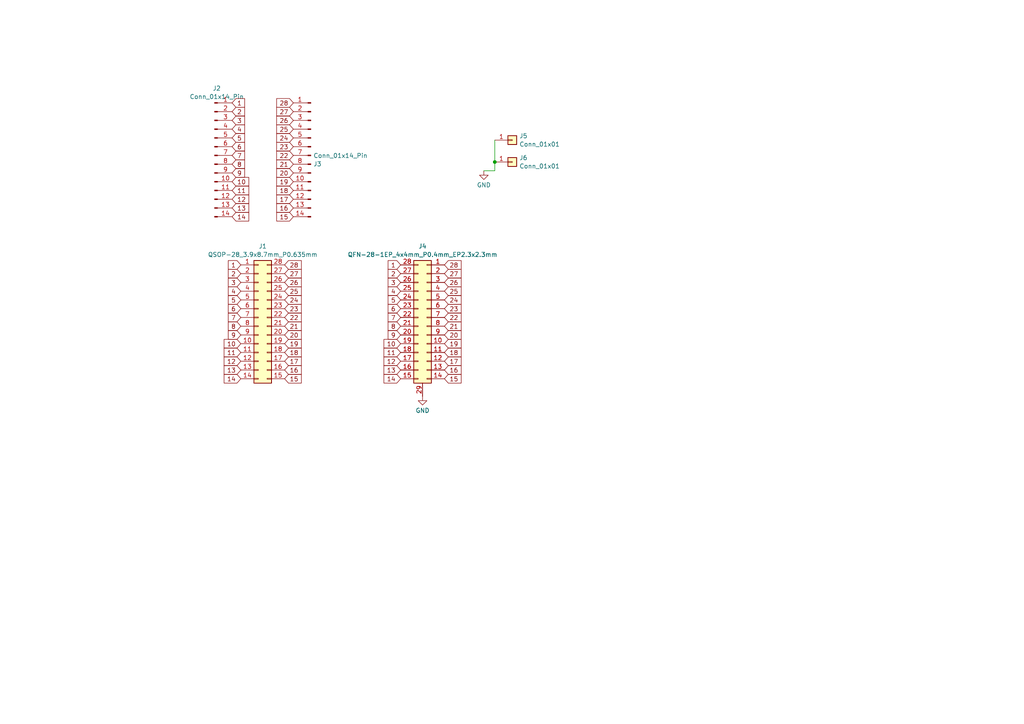
<source format=kicad_sch>
(kicad_sch (version 20230121) (generator eeschema)
  (paper "A4")
  (lib_symbols
    (symbol "Connector:Conn_01x14_Pin" (pin_names (offset 1.016) hide)
      (property "Reference" "J" (at 0 17.78 0))
      (property "Value" "Conn_01x14_Pin" (at 0 -20.32 0))
      (symbol "Conn_01x14_Pin_1_1"
        (polyline (pts (xy 1.27 -17.78) (xy 0.8636 -17.78)) (stroke (width 0.1524)))
        (polyline (pts (xy 1.27 -15.24) (xy 0.8636 -15.24)) (stroke (width 0.1524)))
        (polyline (pts (xy 1.27 -12.7) (xy 0.8636 -12.7)) (stroke (width 0.1524)))
        (polyline (pts (xy 1.27 -10.16) (xy 0.8636 -10.16)) (stroke (width 0.1524)))
        (polyline (pts (xy 1.27 -7.62) (xy 0.8636 -7.62)) (stroke (width 0.1524)))
        (polyline (pts (xy 1.27 -5.08) (xy 0.8636 -5.08)) (stroke (width 0.1524)))
        (polyline (pts (xy 1.27 -2.54) (xy 0.8636 -2.54)) (stroke (width 0.1524)))
        (polyline (pts (xy 1.27 0) (xy 0.8636 0)) (stroke (width 0.1524)))
        (polyline (pts (xy 1.27 2.54) (xy 0.8636 2.54)) (stroke (width 0.1524)))
        (polyline (pts (xy 1.27 5.08) (xy 0.8636 5.08)) (stroke (width 0.1524)))
        (polyline (pts (xy 1.27 7.62) (xy 0.8636 7.62)) (stroke (width 0.1524)))
        (polyline (pts (xy 1.27 10.16) (xy 0.8636 10.16)) (stroke (width 0.1524)))
        (polyline (pts (xy 1.27 12.7) (xy 0.8636 12.7)) (stroke (width 0.1524)))
        (polyline (pts (xy 1.27 15.24) (xy 0.8636 15.24)) (stroke (width 0.1524)))
        (rectangle (start 0.8636 -17.653) (end 0 -17.907) (stroke (width 0.1524)) (fill (type outline)))
        (rectangle (start 0.8636 -15.113) (end 0 -15.367) (stroke (width 0.1524)) (fill (type outline)))
        (rectangle (start 0.8636 -12.573) (end 0 -12.827) (stroke (width 0.1524)) (fill (type outline)))
        (rectangle (start 0.8636 -10.033) (end 0 -10.287) (stroke (width 0.1524)) (fill (type outline)))
        (rectangle (start 0.8636 -7.493) (end 0 -7.747) (stroke (width 0.1524)) (fill (type outline)))
        (rectangle (start 0.8636 -4.953) (end 0 -5.207) (stroke (width 0.1524)) (fill (type outline)))
        (rectangle (start 0.8636 -2.413) (end 0 -2.667) (stroke (width 0.1524)) (fill (type outline)))
        (rectangle (start 0.8636 0.127) (end 0 -0.127) (stroke (width 0.1524)) (fill (type outline)))
        (rectangle (start 0.8636 2.667) (end 0 2.413) (stroke (width 0.1524)) (fill (type outline)))
        (rectangle (start 0.8636 5.207) (end 0 4.953) (stroke (width 0.1524)) (fill (type outline)))
        (rectangle (start 0.8636 7.747) (end 0 7.493) (stroke (width 0.1524)) (fill (type outline)))
        (rectangle (start 0.8636 10.287) (end 0 10.033) (stroke (width 0.1524)) (fill (type outline)))
        (rectangle (start 0.8636 12.827) (end 0 12.573) (stroke (width 0.1524)) (fill (type outline)))
        (rectangle (start 0.8636 15.367) (end 0 15.113) (stroke (width 0.1524)) (fill (type outline)))
        (pin passive line (at 5.08 15.24 180) (length 3.81) (name "Pin_1") (number "1"))
        (pin passive line (at 5.08 -7.62 180) (length 3.81) (name "Pin_10") (number "10"))
        (pin passive line (at 5.08 -10.16 180) (length 3.81) (name "Pin_11") (number "11"))
        (pin passive line (at 5.08 -12.7 180) (length 3.81) (name "Pin_12") (number "12"))
        (pin passive line (at 5.08 -15.24 180) (length 3.81) (name "Pin_13") (number "13"))
        (pin passive line (at 5.08 -17.78 180) (length 3.81) (name "Pin_14") (number "14"))
        (pin passive line (at 5.08 12.7 180) (length 3.81) (name "Pin_2") (number "2"))
        (pin passive line (at 5.08 10.16 180) (length 3.81) (name "Pin_3") (number "3"))
        (pin passive line (at 5.08 7.62 180) (length 3.81) (name "Pin_4") (number "4"))
        (pin passive line (at 5.08 5.08 180) (length 3.81) (name "Pin_5") (number "5"))
        (pin passive line (at 5.08 2.54 180) (length 3.81) (name "Pin_6") (number "6"))
        (pin passive line (at 5.08 0 180) (length 3.81) (name "Pin_7") (number "7"))
        (pin passive line (at 5.08 -2.54 180) (length 3.81) (name "Pin_8") (number "8"))
        (pin passive line (at 5.08 -5.08 180) (length 3.81) (name "Pin_9") (number "9"))
      )
    )
    (symbol "Connector_Generic:Conn_01x01" (pin_names (offset 1.016) hide)
      (property "Reference" "J" (at 0 2.54 0))
      (property "Value" "Conn_01x01" (at 0 -2.54 0))
      (symbol "Conn_01x01_1_1"
        (rectangle (start -1.27 0.127) (end 0 -0.127) (stroke (width 0.1524)))
        (rectangle (start -1.27 1.27) (end 1.27 -1.27) (stroke (width 0.254)) (fill (type background)))
        (pin passive line (at -5.08 0 0) (length 3.81) (name "Pin_1") (number "1"))
      )
    )
    (symbol "Connector_Generic:Conn_02x14_Counter_Clockwise" (pin_names (offset 1.016) hide)
      (property "Reference" "J" (at 1.27 17.78 0))
      (property "Value" "Conn_02x14_Counter_Clockwise" (at 1.27 -20.32 0))
      (symbol "Conn_02x14_Counter_Clockwise_1_1"
        (rectangle (start -1.27 -17.653) (end 0 -17.907) (stroke (width 0.1524)))
        (rectangle (start -1.27 -15.113) (end 0 -15.367) (stroke (width 0.1524)))
        (rectangle (start -1.27 -12.573) (end 0 -12.827) (stroke (width 0.1524)))
        (rectangle (start -1.27 -10.033) (end 0 -10.287) (stroke (width 0.1524)))
        (rectangle (start -1.27 -7.493) (end 0 -7.747) (stroke (width 0.1524)))
        (rectangle (start -1.27 -4.953) (end 0 -5.207) (stroke (width 0.1524)))
        (rectangle (start -1.27 -2.413) (end 0 -2.667) (stroke (width 0.1524)))
        (rectangle (start -1.27 0.127) (end 0 -0.127) (stroke (width 0.1524)))
        (rectangle (start -1.27 2.667) (end 0 2.413) (stroke (width 0.1524)))
        (rectangle (start -1.27 5.207) (end 0 4.953) (stroke (width 0.1524)))
        (rectangle (start -1.27 7.747) (end 0 7.493) (stroke (width 0.1524)))
        (rectangle (start -1.27 10.287) (end 0 10.033) (stroke (width 0.1524)))
        (rectangle (start -1.27 12.827) (end 0 12.573) (stroke (width 0.1524)))
        (rectangle (start -1.27 15.367) (end 0 15.113) (stroke (width 0.1524)))
        (rectangle (start -1.27 16.51) (end 3.81 -19.05) (stroke (width 0.254)) (fill (type background)))
        (rectangle (start 3.81 -17.653) (end 2.54 -17.907) (stroke (width 0.1524)))
        (rectangle (start 3.81 -15.113) (end 2.54 -15.367) (stroke (width 0.1524)))
        (rectangle (start 3.81 -12.573) (end 2.54 -12.827) (stroke (width 0.1524)))
        (rectangle (start 3.81 -10.033) (end 2.54 -10.287) (stroke (width 0.1524)))
        (rectangle (start 3.81 -7.493) (end 2.54 -7.747) (stroke (width 0.1524)))
        (rectangle (start 3.81 -4.953) (end 2.54 -5.207) (stroke (width 0.1524)))
        (rectangle (start 3.81 -2.413) (end 2.54 -2.667) (stroke (width 0.1524)))
        (rectangle (start 3.81 0.127) (end 2.54 -0.127) (stroke (width 0.1524)))
        (rectangle (start 3.81 2.667) (end 2.54 2.413) (stroke (width 0.1524)))
        (rectangle (start 3.81 5.207) (end 2.54 4.953) (stroke (width 0.1524)))
        (rectangle (start 3.81 7.747) (end 2.54 7.493) (stroke (width 0.1524)))
        (rectangle (start 3.81 10.287) (end 2.54 10.033) (stroke (width 0.1524)))
        (rectangle (start 3.81 12.827) (end 2.54 12.573) (stroke (width 0.1524)))
        (rectangle (start 3.81 15.367) (end 2.54 15.113) (stroke (width 0.1524)))
        (pin passive line (at -5.08 15.24 0) (length 3.81) (name "Pin_1") (number "1"))
        (pin passive line (at -5.08 -7.62 0) (length 3.81) (name "Pin_10") (number "10"))
        (pin passive line (at -5.08 -10.16 0) (length 3.81) (name "Pin_11") (number "11"))
        (pin passive line (at -5.08 -12.7 0) (length 3.81) (name "Pin_12") (number "12"))
        (pin passive line (at -5.08 -15.24 0) (length 3.81) (name "Pin_13") (number "13"))
        (pin passive line (at -5.08 -17.78 0) (length 3.81) (name "Pin_14") (number "14"))
        (pin passive line (at 7.62 -17.78 180) (length 3.81) (name "Pin_15") (number "15"))
        (pin passive line (at 7.62 -15.24 180) (length 3.81) (name "Pin_16") (number "16"))
        (pin passive line (at 7.62 -12.7 180) (length 3.81) (name "Pin_17") (number "17"))
        (pin passive line (at 7.62 -10.16 180) (length 3.81) (name "Pin_18") (number "18"))
        (pin passive line (at 7.62 -7.62 180) (length 3.81) (name "Pin_19") (number "19"))
        (pin passive line (at -5.08 12.7 0) (length 3.81) (name "Pin_2") (number "2"))
        (pin passive line (at 7.62 -5.08 180) (length 3.81) (name "Pin_20") (number "20"))
        (pin passive line (at 7.62 -2.54 180) (length 3.81) (name "Pin_21") (number "21"))
        (pin passive line (at 7.62 0 180) (length 3.81) (name "Pin_22") (number "22"))
        (pin passive line (at 7.62 2.54 180) (length 3.81) (name "Pin_23") (number "23"))
        (pin passive line (at 7.62 5.08 180) (length 3.81) (name "Pin_24") (number "24"))
        (pin passive line (at 7.62 7.62 180) (length 3.81) (name "Pin_25") (number "25"))
        (pin passive line (at 7.62 10.16 180) (length 3.81) (name "Pin_26") (number "26"))
        (pin passive line (at 7.62 12.7 180) (length 3.81) (name "Pin_27") (number "27"))
        (pin passive line (at 7.62 15.24 180) (length 3.81) (name "Pin_28") (number "28"))
        (pin passive line (at -5.08 10.16 0) (length 3.81) (name "Pin_3") (number "3"))
        (pin passive line (at -5.08 7.62 0) (length 3.81) (name "Pin_4") (number "4"))
        (pin passive line (at -5.08 5.08 0) (length 3.81) (name "Pin_5") (number "5"))
        (pin passive line (at -5.08 2.54 0) (length 3.81) (name "Pin_6") (number "6"))
        (pin passive line (at -5.08 0 0) (length 3.81) (name "Pin_7") (number "7"))
        (pin passive line (at -5.08 -2.54 0) (length 3.81) (name "Pin_8") (number "8"))
        (pin passive line (at -5.08 -5.08 0) (length 3.81) (name "Pin_9") (number "9"))
      )
    )
    (symbol "Lib:Conn_02x14_Counter_Clockwise_GND" (pin_names (offset 1.016) hide)
      (property "Reference" "J4" (at 1.27 20.6543 0))
      (property "Value" "Conn_02x14_Counter_Clockwise" (at 1.27 18.2301 0))
      (symbol "Conn_02x14_Counter_Clockwise_GND_1_1"
        (rectangle (start -1.27 -17.653) (end 0 -17.907) (stroke (width 0.1524)))
        (rectangle (start -1.27 -15.113) (end 0 -15.367) (stroke (width 0.1524)))
        (rectangle (start -1.27 -12.573) (end 0 -12.827) (stroke (width 0.1524)))
        (rectangle (start -1.27 -10.033) (end 0 -10.287) (stroke (width 0.1524)))
        (rectangle (start -1.27 -7.493) (end 0 -7.747) (stroke (width 0.1524)))
        (rectangle (start -1.27 -4.953) (end 0 -5.207) (stroke (width 0.1524)))
        (rectangle (start -1.27 -2.413) (end 0 -2.667) (stroke (width 0.1524)))
        (rectangle (start -1.27 0.127) (end 0 -0.127) (stroke (width 0.1524)))
        (rectangle (start -1.27 2.667) (end 0 2.413) (stroke (width 0.1524)))
        (rectangle (start -1.27 5.207) (end 0 4.953) (stroke (width 0.1524)))
        (rectangle (start -1.27 7.747) (end 0 7.493) (stroke (width 0.1524)))
        (rectangle (start -1.27 10.287) (end 0 10.033) (stroke (width 0.1524)))
        (rectangle (start -1.27 12.827) (end 0 12.573) (stroke (width 0.1524)))
        (rectangle (start -1.27 15.367) (end 0 15.113) (stroke (width 0.1524)))
        (rectangle (start -1.27 16.51) (end 3.81 -19.05) (stroke (width 0.254)) (fill (type background)))
        (rectangle (start 3.81 -17.653) (end 2.54 -17.907) (stroke (width 0.1524)))
        (rectangle (start 3.81 -15.113) (end 2.54 -15.367) (stroke (width 0.1524)))
        (rectangle (start 3.81 -12.573) (end 2.54 -12.827) (stroke (width 0.1524)))
        (rectangle (start 3.81 -10.033) (end 2.54 -10.287) (stroke (width 0.1524)))
        (rectangle (start 3.81 -7.493) (end 2.54 -7.747) (stroke (width 0.1524)))
        (rectangle (start 3.81 -4.953) (end 2.54 -5.207) (stroke (width 0.1524)))
        (rectangle (start 3.81 -2.413) (end 2.54 -2.667) (stroke (width 0.1524)))
        (rectangle (start 3.81 0.127) (end 2.54 -0.127) (stroke (width 0.1524)))
        (rectangle (start 3.81 2.667) (end 2.54 2.413) (stroke (width 0.1524)))
        (rectangle (start 3.81 5.207) (end 2.54 4.953) (stroke (width 0.1524)))
        (rectangle (start 3.81 7.747) (end 2.54 7.493) (stroke (width 0.1524)))
        (rectangle (start 3.81 10.287) (end 2.54 10.033) (stroke (width 0.1524)))
        (rectangle (start 3.81 12.827) (end 2.54 12.573) (stroke (width 0.1524)))
        (rectangle (start 3.81 15.367) (end 2.54 15.113) (stroke (width 0.1524)))
        (pin passive line (at -5.08 15.24 0) (length 3.81) (name "Pin_1") (number "1"))
        (pin passive line (at -5.08 -7.62 0) (length 3.81) (name "Pin_10") (number "10"))
        (pin passive line (at -5.08 -10.16 0) (length 3.81) (name "Pin_11") (number "11"))
        (pin passive line (at -5.08 -12.7 0) (length 3.81) (name "Pin_12") (number "12"))
        (pin passive line (at -5.08 -15.24 0) (length 3.81) (name "Pin_13") (number "13"))
        (pin passive line (at -5.08 -17.78 0) (length 3.81) (name "Pin_14") (number "14"))
        (pin passive line (at 7.62 -17.78 180) (length 3.81) (name "Pin_15") (number "15"))
        (pin passive line (at 7.62 -15.24 180) (length 3.81) (name "Pin_16") (number "16"))
        (pin passive line (at 7.62 -12.7 180) (length 3.81) (name "Pin_17") (number "17"))
        (pin passive line (at 7.62 -10.16 180) (length 3.81) (name "Pin_18") (number "18"))
        (pin passive line (at 7.62 -7.62 180) (length 3.81) (name "Pin_19") (number "19"))
        (pin passive line (at -5.08 12.7 0) (length 3.81) (name "Pin_2") (number "2"))
        (pin passive line (at 7.62 -5.08 180) (length 3.81) (name "Pin_20") (number "20"))
        (pin passive line (at 7.62 -2.54 180) (length 3.81) (name "Pin_21") (number "21"))
        (pin passive line (at 7.62 0 180) (length 3.81) (name "Pin_22") (number "22"))
        (pin passive line (at 7.62 2.54 180) (length 3.81) (name "Pin_23") (number "23"))
        (pin passive line (at 7.62 5.08 180) (length 3.81) (name "Pin_24") (number "24"))
        (pin passive line (at 7.62 7.62 180) (length 3.81) (name "Pin_25") (number "25"))
        (pin passive line (at 7.62 10.16 180) (length 3.81) (name "Pin_26") (number "26"))
        (pin passive line (at 7.62 12.7 180) (length 3.81) (name "Pin_27") (number "27"))
        (pin passive line (at 7.62 15.24 180) (length 3.81) (name "Pin_28") (number "28"))
        (pin power_in line (at 1.27 -22.86 90) (length 3.81) (name "GND") (number "29"))
        (pin passive line (at -5.08 10.16 0) (length 3.81) (name "Pin_3") (number "3"))
        (pin passive line (at -5.08 7.62 0) (length 3.81) (name "Pin_4") (number "4"))
        (pin passive line (at -5.08 5.08 0) (length 3.81) (name "Pin_5") (number "5"))
        (pin passive line (at -5.08 2.54 0) (length 3.81) (name "Pin_6") (number "6"))
        (pin passive line (at -5.08 0 0) (length 3.81) (name "Pin_7") (number "7"))
        (pin passive line (at -5.08 -2.54 0) (length 3.81) (name "Pin_8") (number "8"))
        (pin passive line (at -5.08 -5.08 0) (length 3.81) (name "Pin_9") (number "9"))
      )
    )
    (symbol "power:GND" (power) (pin_names (offset 0))
      (property "Value" "GND" (at 0 -3.81 0))
      (symbol "GND_0_1"
        (polyline (pts (xy 0 0) (xy 0 -1.27) (xy 1.27 -1.27) (xy 0 -2.54) (xy -1.27 -1.27) (xy 0 -1.27)))
      )
      (symbol "GND_1_1"
        (pin power_in line (at 0 0 270) (length 0) hide (name "GND") (number "1"))
      )
    )
  )
  (junction (at 143.51 46.99))
  (wire (pts (xy 143.51 49.53) (xy 140.335 49.53)))
  (wire (pts (xy 143.51 46.99) (xy 143.51 49.53)))
  (wire (pts (xy 143.51 40.64) (xy 143.51 46.99)))
  (global_label "12" (shape input) (at 67.31 57.785 0) (property "Intersheetrefs" "${INTERSHEET_REFS}" (effects hide)))
  (global_label "10" (shape input) (at 67.31 52.705 0) (property "Intersheetrefs" "${INTERSHEET_REFS}" (effects hide)))
  (global_label "15" (shape input) (at 85.09 62.865 180) (property "Intersheetrefs" "${INTERSHEET_REFS}" (effects hide)))
  (global_label "6" (shape input) (at 69.85 89.535 180) (property "Intersheetrefs" "${INTERSHEET_REFS}" (effects hide)))
  (global_label "12" (shape input) (at 116.205 104.775 180) (property "Intersheetrefs" "${INTERSHEET_REFS}" (effects hide)))
  (global_label "20" (shape input) (at 128.905 97.155 0) (property "Intersheetrefs" "${INTERSHEET_REFS}" (effects hide)))
  (global_label "25" (shape input) (at 85.09 37.465 180) (property "Intersheetrefs" "${INTERSHEET_REFS}" (effects hide)))
  (global_label "15" (shape input) (at 128.905 109.855 0) (property "Intersheetrefs" "${INTERSHEET_REFS}" (effects hide)))
  (global_label "26" (shape input) (at 128.905 81.915 0) (property "Intersheetrefs" "${INTERSHEET_REFS}" (effects hide)))
  (global_label "6" (shape input) (at 67.31 42.545 0) (property "Intersheetrefs" "${INTERSHEET_REFS}" (effects hide)))
  (global_label "16" (shape input) (at 82.55 107.315 0) (property "Intersheetrefs" "${INTERSHEET_REFS}" (effects hide)))
  (global_label "22" (shape input) (at 128.905 92.075 0) (property "Intersheetrefs" "${INTERSHEET_REFS}" (effects hide)))
  (global_label "22" (shape input) (at 85.09 45.085 180) (property "Intersheetrefs" "${INTERSHEET_REFS}" (effects hide)))
  (global_label "27" (shape input) (at 128.905 79.375 0) (property "Intersheetrefs" "${INTERSHEET_REFS}" (effects hide)))
  (global_label "1" (shape input) (at 69.85 76.835 180) (property "Intersheetrefs" "${INTERSHEET_REFS}" (effects hide)))
  (global_label "24" (shape input) (at 82.55 86.995 0) (property "Intersheetrefs" "${INTERSHEET_REFS}" (effects hide)))
  (global_label "20" (shape input) (at 85.09 50.165 180) (property "Intersheetrefs" "${INTERSHEET_REFS}" (effects hide)))
  (global_label "27" (shape input) (at 85.09 32.385 180) (property "Intersheetrefs" "${INTERSHEET_REFS}" (effects hide)))
  (global_label "14" (shape input) (at 67.31 62.865 0) (property "Intersheetrefs" "${INTERSHEET_REFS}" (effects hide)))
  (global_label "28" (shape input) (at 85.09 29.845 180) (property "Intersheetrefs" "${INTERSHEET_REFS}" (effects hide)))
  (global_label "8" (shape input) (at 69.85 94.615 180) (property "Intersheetrefs" "${INTERSHEET_REFS}" (effects hide)))
  (global_label "9" (shape input) (at 69.85 97.155 180) (property "Intersheetrefs" "${INTERSHEET_REFS}" (effects hide)))
  (global_label "7" (shape input) (at 116.205 92.075 180) (property "Intersheetrefs" "${INTERSHEET_REFS}" (effects hide)))
  (global_label "1" (shape input) (at 67.31 29.845 0) (property "Intersheetrefs" "${INTERSHEET_REFS}" (effects hide)))
  (global_label "17" (shape input) (at 82.55 104.775 0) (property "Intersheetrefs" "${INTERSHEET_REFS}" (effects hide)))
  (global_label "23" (shape input) (at 128.905 89.535 0) (property "Intersheetrefs" "${INTERSHEET_REFS}" (effects hide)))
  (global_label "13" (shape input) (at 67.31 60.325 0) (property "Intersheetrefs" "${INTERSHEET_REFS}" (effects hide)))
  (global_label "18" (shape input) (at 82.55 102.235 0) (property "Intersheetrefs" "${INTERSHEET_REFS}" (effects hide)))
  (global_label "7" (shape input) (at 69.85 92.075 180) (property "Intersheetrefs" "${INTERSHEET_REFS}" (effects hide)))
  (global_label "19" (shape input) (at 128.905 99.695 0) (property "Intersheetrefs" "${INTERSHEET_REFS}" (effects hide)))
  (global_label "10" (shape input) (at 69.85 99.695 180) (property "Intersheetrefs" "${INTERSHEET_REFS}" (effects hide)))
  (global_label "17" (shape input) (at 85.09 57.785 180) (property "Intersheetrefs" "${INTERSHEET_REFS}" (effects hide)))
  (global_label "25" (shape input) (at 128.905 84.455 0) (property "Intersheetrefs" "${INTERSHEET_REFS}" (effects hide)))
  (global_label "27" (shape input) (at 82.55 79.375 0) (property "Intersheetrefs" "${INTERSHEET_REFS}" (effects hide)))
  (global_label "2" (shape input) (at 67.31 32.385 0) (property "Intersheetrefs" "${INTERSHEET_REFS}" (effects hide)))
  (global_label "26" (shape input) (at 85.09 34.925 180) (property "Intersheetrefs" "${INTERSHEET_REFS}" (effects hide)))
  (global_label "11" (shape input) (at 69.85 102.235 180) (property "Intersheetrefs" "${INTERSHEET_REFS}" (effects hide)))
  (global_label "6" (shape input) (at 116.205 89.535 180) (property "Intersheetrefs" "${INTERSHEET_REFS}" (effects hide)))
  (global_label "21" (shape input) (at 85.09 47.625 180) (property "Intersheetrefs" "${INTERSHEET_REFS}" (effects hide)))
  (global_label "22" (shape input) (at 82.55 92.075 0) (property "Intersheetrefs" "${INTERSHEET_REFS}" (effects hide)))
  (global_label "14" (shape input) (at 69.85 109.855 180) (property "Intersheetrefs" "${INTERSHEET_REFS}" (effects hide)))
  (global_label "3" (shape input) (at 116.205 81.915 180) (property "Intersheetrefs" "${INTERSHEET_REFS}" (effects hide)))
  (global_label "21" (shape input) (at 82.55 94.615 0) (property "Intersheetrefs" "${INTERSHEET_REFS}" (effects hide)))
  (global_label "13" (shape input) (at 69.85 107.315 180) (property "Intersheetrefs" "${INTERSHEET_REFS}" (effects hide)))
  (global_label "16" (shape input) (at 85.09 60.325 180) (property "Intersheetrefs" "${INTERSHEET_REFS}" (effects hide)))
  (global_label "19" (shape input) (at 82.55 99.695 0) (property "Intersheetrefs" "${INTERSHEET_REFS}" (effects hide)))
  (global_label "16" (shape input) (at 128.905 107.315 0) (property "Intersheetrefs" "${INTERSHEET_REFS}" (effects hide)))
  (global_label "4" (shape input) (at 69.85 84.455 180) (property "Intersheetrefs" "${INTERSHEET_REFS}" (effects hide)))
  (global_label "14" (shape input) (at 116.205 109.855 180) (property "Intersheetrefs" "${INTERSHEET_REFS}" (effects hide)))
  (global_label "15" (shape input) (at 82.55 109.855 0) (property "Intersheetrefs" "${INTERSHEET_REFS}" (effects hide)))
  (global_label "1" (shape input) (at 116.205 76.835 180) (property "Intersheetrefs" "${INTERSHEET_REFS}" (effects hide)))
  (global_label "3" (shape input) (at 69.85 81.915 180) (property "Intersheetrefs" "${INTERSHEET_REFS}" (effects hide)))
  (global_label "23" (shape input) (at 85.09 42.545 180) (property "Intersheetrefs" "${INTERSHEET_REFS}" (effects hide)))
  (global_label "11" (shape input) (at 67.31 55.245 0) (property "Intersheetrefs" "${INTERSHEET_REFS}" (effects hide)))
  (global_label "9" (shape input) (at 67.31 50.165 0) (property "Intersheetrefs" "${INTERSHEET_REFS}" (effects hide)))
  (global_label "9" (shape input) (at 116.205 97.155 180) (property "Intersheetrefs" "${INTERSHEET_REFS}" (effects hide)))
  (global_label "18" (shape input) (at 128.905 102.235 0) (property "Intersheetrefs" "${INTERSHEET_REFS}" (effects hide)))
  (global_label "10" (shape input) (at 116.205 99.695 180) (property "Intersheetrefs" "${INTERSHEET_REFS}" (effects hide)))
  (global_label "4" (shape input) (at 116.205 84.455 180) (property "Intersheetrefs" "${INTERSHEET_REFS}" (effects hide)))
  (global_label "8" (shape input) (at 67.31 47.625 0) (property "Intersheetrefs" "${INTERSHEET_REFS}" (effects hide)))
  (global_label "24" (shape input) (at 128.905 86.995 0) (property "Intersheetrefs" "${INTERSHEET_REFS}" (effects hide)))
  (global_label "2" (shape input) (at 69.85 79.375 180) (property "Intersheetrefs" "${INTERSHEET_REFS}" (effects hide)))
  (global_label "13" (shape input) (at 116.205 107.315 180) (property "Intersheetrefs" "${INTERSHEET_REFS}" (effects hide)))
  (global_label "8" (shape input) (at 116.205 94.615 180) (property "Intersheetrefs" "${INTERSHEET_REFS}" (effects hide)))
  (global_label "20" (shape input) (at 82.55 97.155 0) (property "Intersheetrefs" "${INTERSHEET_REFS}" (effects hide)))
  (global_label "2" (shape input) (at 116.205 79.375 180) (property "Intersheetrefs" "${INTERSHEET_REFS}" (effects hide)))
  (global_label "17" (shape input) (at 128.905 104.775 0) (property "Intersheetrefs" "${INTERSHEET_REFS}" (effects hide)))
  (global_label "5" (shape input) (at 67.31 40.005 0) (property "Intersheetrefs" "${INTERSHEET_REFS}" (effects hide)))
  (global_label "5" (shape input) (at 116.205 86.995 180) (property "Intersheetrefs" "${INTERSHEET_REFS}" (effects hide)))
  (global_label "23" (shape input) (at 82.55 89.535 0) (property "Intersheetrefs" "${INTERSHEET_REFS}" (effects hide)))
  (global_label "26" (shape input) (at 82.55 81.915 0) (property "Intersheetrefs" "${INTERSHEET_REFS}" (effects hide)))
  (global_label "3" (shape input) (at 67.31 34.925 0) (property "Intersheetrefs" "${INTERSHEET_REFS}" (effects hide)))
  (global_label "11" (shape input) (at 116.205 102.235 180) (property "Intersheetrefs" "${INTERSHEET_REFS}" (effects hide)))
  (global_label "5" (shape input) (at 69.85 86.995 180) (property "Intersheetrefs" "${INTERSHEET_REFS}" (effects hide)))
  (global_label "12" (shape input) (at 69.85 104.775 180) (property "Intersheetrefs" "${INTERSHEET_REFS}" (effects hide)))
  (global_label "21" (shape input) (at 128.905 94.615 0) (property "Intersheetrefs" "${INTERSHEET_REFS}" (effects hide)))
  (global_label "18" (shape input) (at 85.09 55.245 180) (property "Intersheetrefs" "${INTERSHEET_REFS}" (effects hide)))
  (global_label "24" (shape input) (at 85.09 40.005 180) (property "Intersheetrefs" "${INTERSHEET_REFS}" (effects hide)))
  (global_label "7" (shape input) (at 67.31 45.085 0) (property "Intersheetrefs" "${INTERSHEET_REFS}" (effects hide)))
  (global_label "28" (shape input) (at 82.55 76.835 0) (property "Intersheetrefs" "${INTERSHEET_REFS}" (effects hide)))
  (global_label "25" (shape input) (at 82.55 84.455 0) (property "Intersheetrefs" "${INTERSHEET_REFS}" (effects hide)))
  (global_label "28" (shape input) (at 128.905 76.835 0) (property "Intersheetrefs" "${INTERSHEET_REFS}" (effects hide)))
  (global_label "19" (shape input) (at 85.09 52.705 180) (property "Intersheetrefs" "${INTERSHEET_REFS}" (effects hide)))
  (global_label "4" (shape input) (at 67.31 37.465 0) (property "Intersheetrefs" "${INTERSHEET_REFS}" (effects hide)))
  (symbol (lib_id "Connector_Generic:Conn_01x01") (at 148.59 46.99 0) (unit 1)
    (property "Reference" "J6" (at 150.622 45.7779 0) (effects (justify left)))
    (property "Value" "Conn_01x01" (at 150.622 48.2021 0) (effects (justify left)))
    (property "Footprint" "Connector_PinSocket_2.54mm:PinSocket_1x01_P2.54mm_Vertical" (effects hide))
  )
  (symbol (lib_id "power:GND") (at 122.555 114.935 0) (unit 1)
    (property "Reference" "#PWR01" (effects hide))
    (property "Value" "GND" (at 122.555 119.0681 0))
  )
  (symbol (lib_id "Lib:Conn_02x14_Counter_Clockwise_GND") (at 123.825 92.075 0) (mirror y) (unit 1)
    (property "Reference" "J4" (at 122.555 71.4207 0))
    (property "Value" "QFN-28-1EP_4x4mm_P0.4mm_EP2.3x2.3mm" (at 122.555 73.8449 0))
    (property "Footprint" "Package_DFN_QFN:QFN-28-1EP_4x4mm_P0.4mm_EP2.3x2.3mm" (effects hide))
  )
  (symbol (lib_id "power:GND") (at 140.335 49.53 0) (unit 1)
    (property "Reference" "#PWR02" (effects hide))
    (property "Value" "GND" (at 140.335 53.6631 0))
  )
  (symbol (lib_id "Connector:Conn_01x14_Pin") (at 62.23 45.085 0) (unit 1)
    (property "Reference" "J2" (at 62.865 25.6245 0))
    (property "Value" "Conn_01x14_Pin" (at 62.865 28.0487 0))
    (property "Footprint" "Connector_PinHeader_2.54mm:PinHeader_1x14_P2.54mm_Vertical" (effects hide))
  )
  (symbol (lib_id "Connector_Generic:Conn_01x01") (at 148.59 40.64 0) (unit 1)
    (property "Reference" "J5" (at 150.622 39.4279 0) (effects (justify left)))
    (property "Value" "Conn_01x01" (at 150.622 41.8521 0) (effects (justify left)))
    (property "Footprint" "Connector_PinSocket_2.54mm:PinSocket_1x01_P2.54mm_Vertical" (effects hide))
  )
  (symbol (lib_id "Connector:Conn_01x14_Pin") (at 90.17 45.085 0) (mirror y) (unit 1)
    (property "Reference" "J3" (at 90.8812 47.5671 0) (effects (justify right)))
    (property "Value" "Conn_01x14_Pin" (at 90.8812 45.1429 0) (effects (justify right)))
    (property "Footprint" "Connector_PinHeader_2.54mm:PinHeader_1x14_P2.54mm_Vertical" (effects hide))
  )
  (symbol (lib_id "Connector_Generic:Conn_02x14_Counter_Clockwise") (at 74.93 92.075 0) (unit 1)
    (property "Reference" "J1" (at 76.2 71.4207 0))
    (property "Value" "QSOP-28_3.9x8.7mm_P0.635mm" (at 76.2 73.8449 0))
    (property "Footprint" "Lib:QSOP-28_3.9x8.7mm_P0.635mm" (effects hide))
  )
)
</source>
